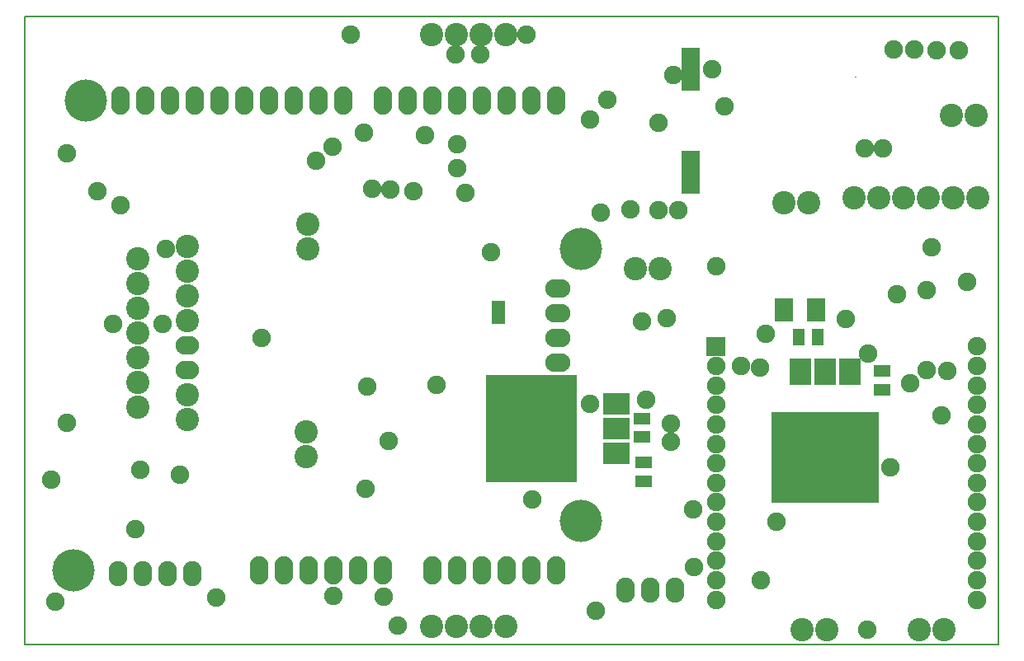
<source format=gbs>
G04 #@! TF.GenerationSoftware,KiCad,Pcbnew,(2017-01-15 revision 8ac4790)-master*
G04 #@! TF.CreationDate,2017-01-26T15:31:56+02:00*
G04 #@! TF.ProjectId,MM3,4D4D332E6B696361645F706362000000,rev?*
G04 #@! TF.FileFunction,Soldermask,Bot*
G04 #@! TF.FilePolarity,Negative*
%FSLAX46Y46*%
G04 Gerber Fmt 4.6, Leading zero omitted, Abs format (unit mm)*
G04 Created by KiCad (PCBNEW (2017-01-15 revision 8ac4790)-master) date Thu Jan 26 15:31:56 2017*
%MOMM*%
%LPD*%
G01*
G04 APERTURE LIST*
%ADD10C,0.100000*%
%ADD11C,0.150000*%
%ADD12O,1.900000X2.900000*%
%ADD13C,4.337000*%
%ADD14C,1.900000*%
%ADD15O,2.600000X1.900000*%
%ADD16R,1.901140X4.400500*%
%ADD17C,2.400000*%
%ADD18O,1.900000X2.600000*%
%ADD19R,1.797000X1.289000*%
%ADD20R,1.289000X1.797000*%
%ADD21O,2.400000X1.900000*%
%ADD22R,11.068000X9.290000*%
%ADD23R,2.178000X2.686000*%
%ADD24R,1.924000X2.432000*%
%ADD25R,1.400000X0.900000*%
%ADD26R,9.290000X11.068000*%
%ADD27R,2.686000X2.178000*%
G04 APERTURE END LIST*
D10*
D11*
X-4950000Y-7600000D02*
X-4950000Y56900000D01*
X-4950000Y56900000D02*
X94950000Y56900000D01*
X94950000Y-7600000D02*
X-4950000Y-7600000D01*
X40532500Y-7592000D02*
X40532500Y-7592000D01*
X94950000Y56900000D02*
X94950000Y-7600000D01*
X80283500Y50764500D02*
X80283500Y50764500D01*
D12*
X49530000Y0D03*
X46990000Y0D03*
X44450000Y0D03*
X36830000Y0D03*
X39370000Y0D03*
X41910000Y0D03*
X31750000Y0D03*
X29210000Y0D03*
X26670000Y0D03*
X21590000Y0D03*
X19050000Y0D03*
X49530000Y48260000D03*
X46990000Y48260000D03*
X44450000Y48260000D03*
X41910000Y48260000D03*
X39370000Y48260000D03*
X36830000Y48260000D03*
X34290000Y48260000D03*
X31750000Y48260000D03*
X27686000Y48260000D03*
X25146000Y48260000D03*
X22606000Y48260000D03*
X20066000Y48260000D03*
X17526000Y48260000D03*
X14986000Y48260000D03*
X12446000Y48260000D03*
X9906000Y48260000D03*
X24130000Y0D03*
D13*
X52070000Y5080000D03*
X52070000Y33020000D03*
X1270000Y48260000D03*
X0Y0D03*
D12*
X7366000Y48260000D03*
X4826000Y48260000D03*
D14*
X65932500Y23015000D03*
D10*
G36*
X64982500Y23965000D02*
X66882500Y23965000D01*
X66882500Y22065000D01*
X64982500Y22065000D01*
X64982500Y23965000D01*
X64982500Y23965000D01*
G37*
D14*
X65932500Y21015000D03*
X65932500Y19015000D03*
X65932500Y17015000D03*
X65932500Y15015000D03*
X65932500Y13015000D03*
X65932500Y11015000D03*
X65932500Y9015000D03*
X65932500Y7015000D03*
X65932500Y5015000D03*
X65932500Y3015000D03*
X65932500Y1015000D03*
X65932500Y-985000D03*
X65932500Y-2985000D03*
X92682500Y-2985000D03*
X92682500Y-985000D03*
X92682500Y1015000D03*
X92682500Y3015000D03*
X92682500Y5015000D03*
X92682500Y7015000D03*
X92682500Y9015000D03*
X92682500Y11015000D03*
X92682500Y13015000D03*
X92682500Y15015000D03*
X92682500Y17015000D03*
X92682500Y19015000D03*
X92682500Y21015000D03*
X92682500Y23015000D03*
D15*
X49740000Y28984000D03*
X49740000Y26444000D03*
X49740000Y21364000D03*
X49740000Y23904000D03*
D16*
X63329000Y51526500D03*
X63329000Y40927080D03*
D17*
X23898500Y11707500D03*
X23898500Y14247500D03*
X24046000Y33061000D03*
X24046000Y35601000D03*
X92666000Y46764000D03*
X90126000Y46764000D03*
X74759000Y-6068000D03*
X77299000Y-6068000D03*
X86760500Y-6068000D03*
X89300500Y-6068000D03*
X57677500Y31016000D03*
X60217500Y31016000D03*
D18*
X61741500Y-2004000D03*
X56661500Y-2004000D03*
X59201500Y-2004000D03*
D17*
X44342500Y55082500D03*
X41802500Y55082500D03*
X39262500Y55082500D03*
X36722500Y55082500D03*
X36722500Y-5750500D03*
X39262500Y-5750500D03*
X41802500Y-5750500D03*
X44342500Y-5750500D03*
X92793000Y38318500D03*
X90253000Y38318500D03*
X87713000Y38318500D03*
X85173000Y38318500D03*
X82633000Y38318500D03*
X80093000Y38318500D03*
X72917500Y37747000D03*
X75457500Y37747000D03*
D19*
X82950500Y20475000D03*
X82950500Y18570000D03*
D20*
X76346500Y23967500D03*
X74441500Y23967500D03*
D18*
X12211500Y-289500D03*
X9671500Y-289500D03*
X4591500Y-289500D03*
X7131500Y-289500D03*
D17*
X11733500Y15554500D03*
X6653500Y16824500D03*
X11733500Y18094500D03*
X6653500Y19364500D03*
D21*
X11733500Y20634500D03*
D17*
X6653500Y21904500D03*
D21*
X11733500Y23174500D03*
D17*
X6653500Y24444500D03*
X11733500Y25714500D03*
X6653500Y26984500D03*
X11733500Y28254500D03*
X6653500Y29524500D03*
X11733500Y30794500D03*
X6653500Y32064500D03*
X11733500Y33334500D03*
D22*
X77108500Y11648500D03*
D23*
X77108500Y20411500D03*
X74568500Y20411500D03*
X79648500Y20411500D03*
D24*
X76219500Y26761500D03*
X72917500Y26761500D03*
D19*
X58550000Y9200000D03*
X58550000Y11105000D03*
X58350000Y13700000D03*
X58350000Y15605000D03*
D25*
X43650000Y25738000D03*
X43650000Y26500000D03*
X43650000Y27262000D03*
D26*
X46987000Y14560000D03*
D27*
X55750000Y14560000D03*
X55750000Y17100000D03*
X55750000Y12020000D03*
D14*
X40254623Y38800000D03*
X37250000Y19100000D03*
X30150000Y18900000D03*
X53050000Y17100000D03*
X14679319Y-2757319D03*
X26650080Y-2628558D03*
X2484009Y38943943D03*
X-650000Y42900000D03*
X28450000Y55082500D03*
X4083500Y25364500D03*
X88079177Y33183962D03*
X39348033Y41364944D03*
X24911500Y42128500D03*
X60027000Y36985000D03*
X62059000Y36985000D03*
X81490000Y-6068000D03*
X63710000Y345500D03*
X70504500Y-988000D03*
X68472500Y21046500D03*
X54150000Y36800000D03*
X91713500Y29682500D03*
X89681500Y20538500D03*
X9163500Y25364500D03*
X46501500Y55019000D03*
X33293500Y-5687000D03*
X63583000Y6251000D03*
X57150000Y37100000D03*
X42850000Y32700000D03*
X31850000Y-2700000D03*
X61529639Y50903351D03*
X65550000Y51526500D03*
X61285736Y13236000D03*
X61297000Y15077500D03*
X81553500Y22316500D03*
X34850000Y39000000D03*
X36050000Y44700000D03*
X39396288Y43775989D03*
X26557992Y43530500D03*
X29850000Y45000000D03*
X4845500Y37556500D03*
X53050000Y46300000D03*
X66850000Y47700000D03*
X6877500Y10378500D03*
X10941500Y9870500D03*
X84490462Y28380292D03*
X81172500Y43335000D03*
X85871500Y19205000D03*
X47050000Y7300000D03*
X60050000Y46000000D03*
X54750000Y48400000D03*
X87567729Y28798800D03*
X84191630Y53541951D03*
X83077500Y43335000D03*
X87586000Y20602000D03*
X32550002Y39100000D03*
X30650000Y39200000D03*
X60850000Y25900000D03*
X58757000Y17554000D03*
X72185000Y5015000D03*
X83839500Y10632500D03*
X89110000Y15966500D03*
X65996000Y31270000D03*
X53613500Y-4099500D03*
X41750000Y53000000D03*
X39250000Y53000000D03*
X-650000Y15200000D03*
X-2243005Y9362698D03*
X90824500Y53431500D03*
X88538500Y53431500D03*
X86316000Y53495000D03*
X79267500Y25872500D03*
X71003025Y24305109D03*
X70441000Y20856000D03*
X32350000Y13300000D03*
X29994500Y8405500D03*
X-1842317Y-3220026D03*
X19271032Y23927063D03*
X9525000Y33020000D03*
X6369500Y4282500D03*
X58350000Y25600000D03*
M02*

</source>
